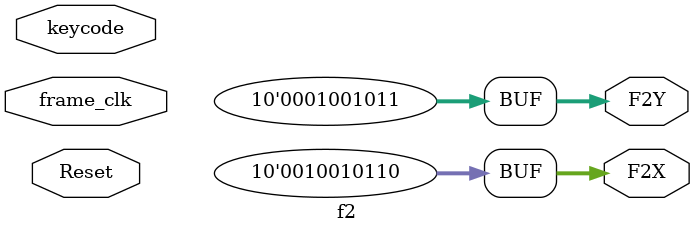
<source format=sv>


module  f2 ( input Reset, frame_clk, input [7:0] keycode,
               output [9:0]  F2X, F2Y);
    
       
    assign F2X = 150;
   
    assign F2Y = 75;
    

endmodule

</source>
